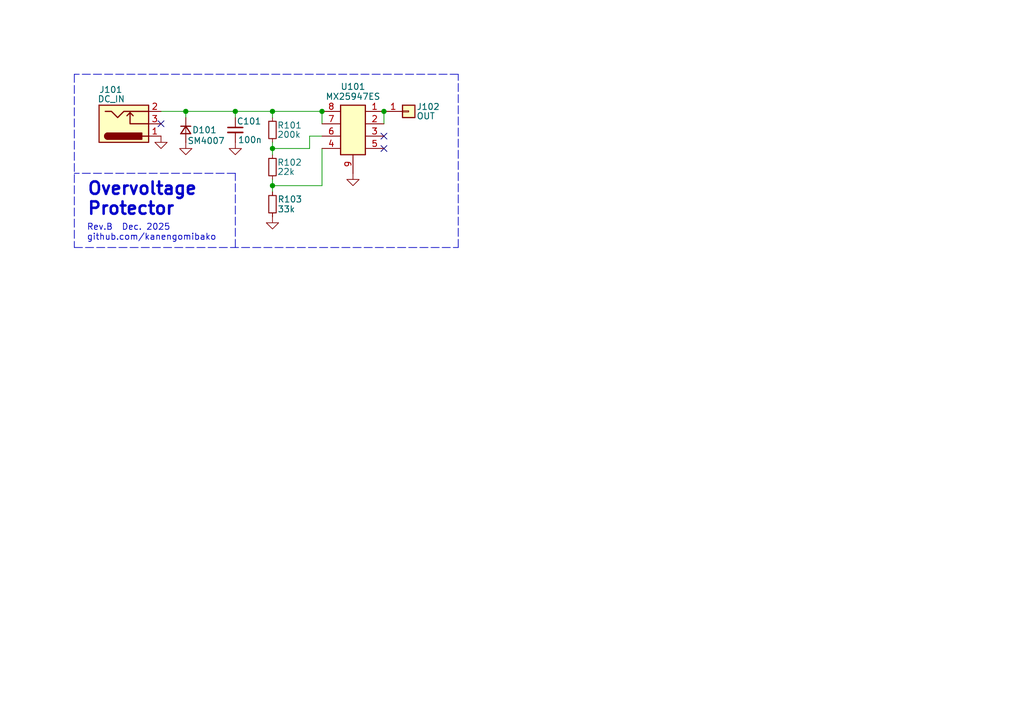
<source format=kicad_sch>
(kicad_sch (version 20250114) (generator "eeschema") (generator_version "9.0")
  (paper "A5")
  (lib_symbols
    (symbol "Connector:Barrel_Jack_Switch" (pin_names (hide yes))
      (property "Reference" "J" (at 0 5.334 0))
      (property "Value" "Barrel_Jack_Switch" (at 0 -5.08 0))
      (symbol "Barrel_Jack_Switch_0_1"
        (rectangle (start -5.08 3.81) (end 5.08 -3.81) (stroke (width 0.254)) (fill (type background)))
        (polyline (pts (xy -3.81 -2.54) (xy -2.54 -2.54) (xy -1.27 -1.27) (xy 0 -2.54) (xy 2.54 -2.54) (xy 5.08 -2.54)) (stroke (width 0.254)))
        (arc (start -3.302 1.905) (mid -3.9343 2.54) (end -3.302 3.175) (stroke (width 0.254)))
        (arc (start -3.302 1.905) (mid -3.9343 2.54) (end -3.302 3.175) (stroke (width 0.254)) (fill (type outline)))
        (polyline (pts (xy 1.27 -2.286) (xy 1.905 -1.651)) (stroke (width 0.254)))
        (rectangle (start 3.683 3.175) (end -3.302 1.905) (stroke (width 0.254)) (fill (type outline)))
        (polyline (pts (xy 5.08 2.54) (xy 3.81 2.54)) (stroke (width 0.254)))
        (polyline (pts (xy 5.08 0) (xy 1.27 0) (xy 1.27 -2.286) (xy 0.635 -1.651)) (stroke (width 0.254)))
      )
      (symbol "Barrel_Jack_Switch_1_1"
        (pin passive line (at 7.62 2.54 180) (length 2.54) (name "~") (number "1"))
        (pin passive line (at 7.62 0 180) (length 2.54) (name "~") (number "3"))
        (pin passive line (at 7.62 -2.54 180) (length 2.54) (name "~") (number "2"))
      )
    )
    (symbol "Connector_Generic:Conn_01x01" (pin_names (offset 1.016) (hide yes))
      (property "Reference" "J" (at 0 2.54 0))
      (property "Value" "Conn_01x01" (at 0 -2.54 0))
      (symbol "Conn_01x01_1_1"
        (rectangle (start -1.27 1.27) (end 1.27 -1.27) (stroke (width 0.254)) (fill (type background)))
        (rectangle (start -1.27 0.127) (end 0 -0.127) (stroke (width 0.1524)))
        (pin passive line (at -5.08 0 0) (length 3.81) (name "Pin_1") (number "1"))
      )
    )
    (symbol "Connector_Generic:Conn_02x04_Counter_Clockwise" (pin_names (offset 1.016) (hide yes))
      (property "Reference" "U101" (at 1.27 8.89 0))
      (property "Value" "MX25947ES" (at 1.27 6.35 0))
      (symbol "Conn_02x04_Counter_Clockwise_1_1"
        (rectangle (start -1.27 3.81) (end 3.81 -6.35) (stroke (width 0.254)) (fill (type background)))
        (pin passive line (at -5.08 2.54 0) (length 3.81) (name "Pin_8") (number "8"))
        (pin passive line (at -5.08 0 0) (length 3.81) (name "Pin_7") (number "7"))
        (pin passive line (at -5.08 -2.54 0) (length 3.81) (name "Pin_6") (number "6"))
        (pin passive line (at -5.08 -5.08 0) (length 3.81) (name "Pin_4") (number "4"))
        (pin passive line (at 1.27 -10.16 90) (length 3.81) (name "Pin_8") (number "9"))
        (pin passive line (at 7.62 2.54 180) (length 3.81) (name "Pin_1") (number "1"))
        (pin passive line (at 7.62 0 180) (length 3.81) (name "Pin_2") (number "2"))
        (pin passive line (at 7.62 -2.54 180) (length 3.81) (name "Pin_3") (number "3"))
        (pin passive line (at 7.62 -5.08 180) (length 3.81) (name "Pin_5") (number "5"))
      )
    )
    (symbol "Device:C_Small" (pin_numbers (hide yes)) (pin_names (offset 0.254) (hide yes))
      (property "Reference" "C" (at 0.254 1.778 0))
      (property "Value" "C_Small" (at 0.254 -2.032 0))
      (symbol "C_Small_0_1"
        (polyline (pts (xy -1.524 0.508) (xy 1.524 0.508)) (stroke (width 0.3048)))
        (polyline (pts (xy -1.524 -0.508) (xy 1.524 -0.508)) (stroke (width 0.3302)))
      )
      (symbol "C_Small_1_1"
        (pin passive line (at 0 2.54 270) (length 2.032) (name "~") (number "1"))
        (pin passive line (at 0 -2.54 90) (length 2.032) (name "~") (number "2"))
      )
    )
    (symbol "Device:D_Small" (pin_numbers (hide yes)) (pin_names (offset 0.254) (hide yes))
      (property "Reference" "D" (at -1.27 2.032 0))
      (property "Value" "D_Small" (at -3.81 -2.032 0))
      (symbol "D_Small_0_1"
        (polyline (pts (xy -0.762 0) (xy 0.762 0)))
        (polyline (pts (xy -0.762 -1.016) (xy -0.762 1.016)) (stroke (width 0.254)))
        (polyline (pts (xy 0.762 -1.016) (xy -0.762 0) (xy 0.762 1.016) (xy 0.762 -1.016)) (stroke (width 0.254)))
      )
      (symbol "D_Small_1_1"
        (pin passive line (at -2.54 0 0) (length 1.778) (name "K") (number "1"))
        (pin passive line (at 2.54 0 180) (length 1.778) (name "A") (number "2"))
      )
    )
    (symbol "Device:R_Small" (pin_numbers (hide yes)) (pin_names (offset 0.254) (hide yes))
      (property "Reference" "R" (at 0 0 90))
      (property "Value" "R_Small" (at 1.778 0 90))
      (symbol "R_Small_0_1"
        (rectangle (start -0.762 1.778) (end 0.762 -1.778) (stroke (width 0.2032)))
      )
      (symbol "R_Small_1_1"
        (pin passive line (at 0 2.54 270) (length 0.762) (name "~") (number "1"))
        (pin passive line (at 0 -2.54 90) (length 0.762) (name "~") (number "2"))
      )
    )
    (symbol "power:GND" (power) (pin_numbers (hide yes)) (pin_names (offset 0) (hide yes))
      (property "Value" "GND" (at 0 -3.81 0))
      (symbol "GND_0_1"
        (polyline (pts (xy 0 0) (xy 0 -1.27) (xy 1.27 -1.27) (xy 0 -2.54) (xy -1.27 -1.27) (xy 0 -1.27)))
      )
      (symbol "GND_1_1"
        (pin power_in line (at 0 0 270) (length 0) (name "~") (number "1"))
      )
    )
  )
  (text "Overvoltage\nProtector" (at 17.78 44.45 0) (effects (font (size 2.54 2.54) (thickness 0.508) (bold yes)) (justify left bottom)))
  (text "Rev.B  Dec. 2025\ngithub.com/kanengomibako" (at 17.78 49.53 0) (effects (font (size 1.27 1.27)) (justify left bottom)))
  (junction (at 55.88 30.48))
  (junction (at 55.88 38.1))
  (junction (at 38.1 22.86))
  (junction (at 48.26 22.86))
  (junction (at 55.88 22.86))
  (junction (at 66.04 22.86))
  (junction (at 78.74 22.86))
  (no_connect (at 78.74 30.48))
  (no_connect (at 33.02 25.4))
  (no_connect (at 78.74 27.94))
  (wire (pts (xy 38.1 22.86) (xy 48.26 22.86)))
  (polyline (pts (xy 48.26 50.8) (xy 48.26 35.56)) (stroke (width 0) (type dash)))
  (wire (pts (xy 63.5 27.94) (xy 63.5 30.48)))
  (polyline (pts (xy 15.24 50.8) (xy 93.98 50.8)) (stroke (width 0) (type dash)))
  (wire (pts (xy 33.02 22.86) (xy 38.1 22.86)))
  (wire (pts (xy 48.26 22.86) (xy 48.26 24.13)))
  (polyline (pts (xy 93.98 15.24) (xy 15.24 15.24)) (stroke (width 0) (type dash)))
  (wire (pts (xy 48.26 22.86) (xy 55.88 22.86)))
  (wire (pts (xy 55.88 29.21) (xy 55.88 30.48)))
  (wire (pts (xy 55.88 38.1) (xy 66.04 38.1)))
  (wire (pts (xy 55.88 39.37) (xy 55.88 38.1)))
  (wire (pts (xy 78.74 22.86) (xy 78.74 25.4)))
  (wire (pts (xy 55.88 30.48) (xy 55.88 31.75)))
  (polyline (pts (xy 48.26 35.56) (xy 15.24 35.56)) (stroke (width 0) (type dash)))
  (wire (pts (xy 55.88 22.86) (xy 66.04 22.86)))
  (wire (pts (xy 66.04 30.48) (xy 66.04 38.1)))
  (wire (pts (xy 55.88 22.86) (xy 55.88 24.13)))
  (wire (pts (xy 38.1 22.86) (xy 38.1 24.13)))
  (wire (pts (xy 63.5 27.94) (xy 66.04 27.94)))
  (polyline (pts (xy 15.24 15.24) (xy 15.24 50.8)) (stroke (width 0) (type dash)))
  (wire (pts (xy 55.88 38.1) (xy 55.88 36.83)))
  (wire (pts (xy 66.04 22.86) (xy 66.04 25.4)))
  (wire (pts (xy 55.88 30.48) (xy 63.5 30.48)))
  (polyline (pts (xy 93.98 50.8) (xy 93.98 15.24)) (stroke (width 0) (type dash)))
  (symbol (lib_id "power:GND") (at 72.39 35.56 0) (unit 1)
    (property "Reference" "#PWR03" (effects (hide yes)))
    (property "Value" "GND" (effects (hide yes)))
    (property "Description" "Power symbol creates a global label with name \"GND\" , ground" (effects (hide yes)))
  )
  (symbol (lib_id "power:GND") (at 48.26 29.21 0) (unit 1)
    (property "Reference" "#PWR05" (effects (hide yes)))
    (property "Value" "GND" (effects (hide yes)))
    (property "Description" "Power symbol creates a global label with name \"GND\" , ground" (effects (hide yes)))
  )
  (symbol (lib_id "Device:R_Small") (at 55.88 41.91 0) (unit 1)
    (property "Reference" "R103" (at 56.896 40.894 0) (effects (justify left)))
    (property "Value" "33k" (at 56.896 42.926 0) (effects (justify left)))
    (property "Footprint" "Resistor_SMD:R_0603_1608Metric" (effects (hide yes)))
    (property "Datasheet" "0603WAF3302T5E" (effects (hide yes)))
    (property "MPN" "C4216" (effects (hide yes)))
  )
  (symbol (lib_id "power:GND") (at 33.02 27.94 0) (unit 1)
    (property "Reference" "#PWR01" (effects (hide yes)))
    (property "Value" "GND" (effects (hide yes)))
    (property "Description" "Power symbol creates a global label with name \"GND\" , ground" (effects (hide yes)))
  )
  (symbol (lib_id "power:GND") (at 38.1 29.21 0) (unit 1)
    (property "Reference" "#PWR06" (effects (hide yes)))
    (property "Value" "GND" (effects (hide yes)))
    (property "Description" "Power symbol creates a global label with name \"GND\" , ground" (effects (hide yes)))
  )
  (symbol (lib_id "Connector_Generic:Conn_01x01") (at 83.82 22.86 0) (mirror x) (unit 1)
    (property "Reference" "J102" (at 85.4075 21.9075 0) (effects (justify left)))
    (property "Value" "OUT" (at 85.4075 23.8125 0) (effects (justify left)))
    (property "Footprint" "Connector_PinHeader_2.54mm:PinHeader_1x01_P2.54mm_Vertical" (effects (hide yes)))
  )
  (symbol (lib_id "power:GND") (at 55.88 44.45 0) (unit 1)
    (property "Reference" "#PWR02" (effects (hide yes)))
    (property "Value" "GND" (effects (hide yes)))
    (property "Description" "Power symbol creates a global label with name \"GND\" , ground" (effects (hide yes)))
  )
  (symbol (lib_id "Device:R_Small") (at 55.88 34.29 0) (unit 1)
    (property "Reference" "R102" (at 56.8325 33.3375 0) (effects (justify left)))
    (property "Value" "22k" (at 56.8325 35.2425 0) (effects (justify left)))
    (property "Footprint" "Resistor_SMD:R_0603_1608Metric" (effects (hide yes)))
    (property "Datasheet" "0603WAF2202T5E" (effects (hide yes)))
    (property "MPN" "C31850" (effects (hide yes)))
  )
  (symbol (lib_id "Device:C_Small") (at 48.26 26.67 0) (unit 1)
    (property "Reference" "C101" (at 48.514 24.892 0) (effects (justify left)))
    (property "Value" "100n" (at 48.768 28.702 0) (effects (justify left)))
    (property "Footprint" "Capacitor_SMD:C_0603_1608Metric" (effects (hide yes)))
    (property "Datasheet" "CC0603KRX7R9BB104" (effects (hide yes)))
    (property "MPN" "C14663" (effects (hide yes)))
  )
  (symbol (lib_id "Connector_Generic:Conn_02x04_Counter_Clockwise") (at 71.12 25.4 0) (unit 1)
    (property "Reference" "U101" (at 72.39 17.78 0))
    (property "Value" "MX25947ES" (at 72.39 19.812 0))
    (property "Footprint" "Package_SO:SOIC-8-1EP_3.9x4.9mm_P1.27mm_EP2.62x3.51mm" (effects (hide yes)))
    (property "Datasheet" "MX25947ES" (effects (hide yes)))
    (property "MPN" "C5875698" (effects (hide yes)))
  )
  (symbol (lib_id "Device:R_Small") (at 55.88 26.67 0) (unit 1)
    (property "Reference" "R101" (at 56.8325 25.7175 0) (effects (justify left)))
    (property "Value" "200k" (at 56.8325 27.6225 0) (effects (justify left)))
    (property "Footprint" "Resistor_SMD:R_0603_1608Metric" (effects (hide yes)))
    (property "Datasheet" "0603WAF2003T5E" (effects (hide yes)))
    (property "MPN" "C25811" (effects (hide yes)))
  )
  (symbol (lib_id "Connector:Barrel_Jack_Switch") (at 25.4 25.4 0) (mirror x) (unit 1)
    (property "Reference" "J101" (at 20.32 18.415 0) (effects (justify left)))
    (property "Value" "DC_IN" (at 20.0025 20.32 0) (effects (justify left)))
    (property "Footprint" "myFoot:MJ-40A" (effects (hide yes)))
  )
  (symbol (lib_id "Device:D_Small") (at 38.1 26.67 270) (unit 1)
    (property "Reference" "D101" (at 39.37 26.67 90) (effects (justify left)))
    (property "Value" "SM4007" (at 38.4175 28.8925 90) (effects (justify left)))
    (property "Footprint" "Diode_SMD:D_SOD-123F" (effects (hide yes)))
    (property "Datasheet" "SM4007PL" (effects (hide yes)))
    (property "MPN" "C64898" (effects (hide yes)))
  )
)
</source>
